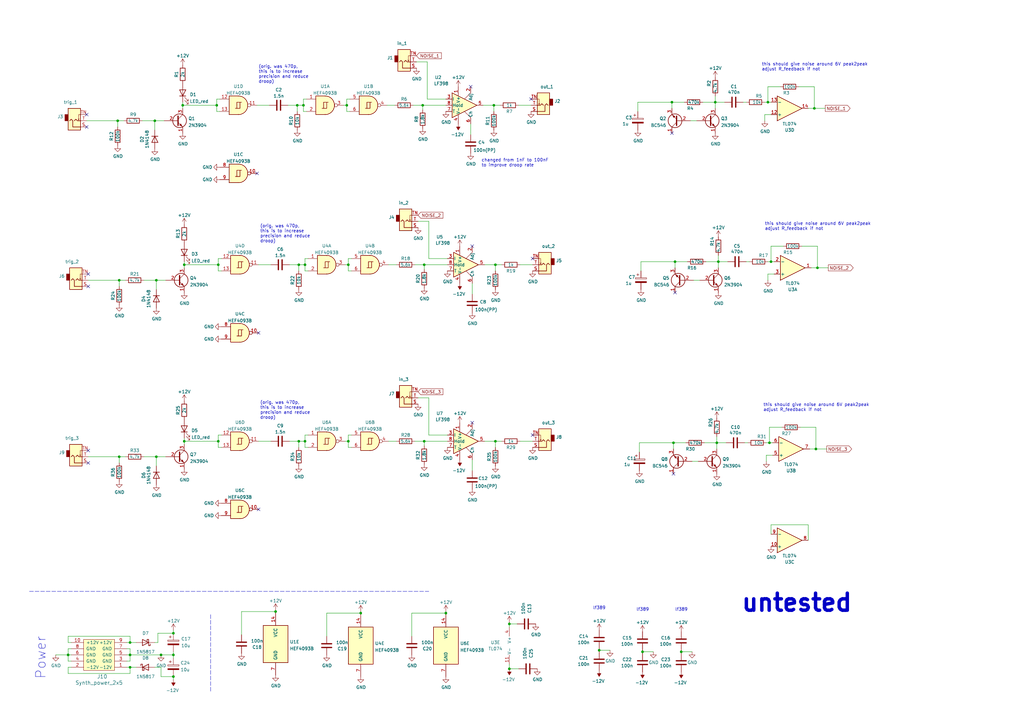
<source format=kicad_sch>
(kicad_sch (version 20211123) (generator eeschema)
  (paper "A3")
  (title_block (title "sample and hold") (date "2022-06-27") (rev "0.9") (comment 1 "untested") (comment 2 "based on rene schmitz yash"))
  (junction (at 147.955 251.46))
  (junction (at 279.4 267.335))
  (junction (at 208.915 274.32))
  (junction (at 53.34 273.685))
  (junction (at 71.12 277.495))
  (junction (at 334.645 184.15))
  (junction (at 125.095 180.975))
  (junction (at 53.34 268.605))
  (junction (at 142.875 108.585))
  (junction (at 294.64 107.315))
  (junction (at 208.915 255.905))
  (junction (at 89.535 180.975))
  (junction (at 202.565 43.18))
  (junction (at 142.875 180.975))
  (junction (at 203.2 180.975))
  (junction (at 122.555 108.585))
  (junction (at 335.28 109.855))
  (junction (at 122.555 180.975))
  (junction (at 121.92 43.18))
  (junction (at 276.225 181.61))
  (junction (at 125.095 108.585))
  (junction (at 275.59 41.91))
  (junction (at 74.93 43.18))
  (junction (at 53.34 263.525))
  (junction (at 48.895 114.935))
  (junction (at 27.94 268.605))
  (junction (at 203.2 108.585))
  (junction (at 142.24 43.18))
  (junction (at 63.5 49.53))
  (junction (at 294.005 181.61))
  (junction (at 182.88 251.46))
  (junction (at 64.135 114.935))
  (junction (at 245.745 266.7))
  (junction (at 88.9 43.18))
  (junction (at 89.535 108.585))
  (junction (at 315.595 181.61))
  (junction (at 314.96 41.91))
  (junction (at 293.37 41.91))
  (junction (at 263.525 267.335))
  (junction (at 71.12 259.715))
  (junction (at 64.135 187.325))
  (junction (at 124.46 43.18))
  (junction (at 75.565 180.975))
  (junction (at 75.565 108.585))
  (junction (at 71.12 268.605))
  (junction (at 173.99 180.975))
  (junction (at 173.99 108.585))
  (junction (at 66.04 268.605))
  (junction (at 48.26 49.53))
  (junction (at 48.895 187.325))
  (junction (at 316.23 107.315))
  (junction (at 276.86 107.315))
  (junction (at 334.01 44.45))
  (junction (at 173.355 43.18))
  (junction (at 113.03 250.825))
  (no_connect (at 36.195 189.865))
  (no_connect (at 106.045 136.525))
  (no_connect (at 105.41 71.12))
  (no_connect (at 35.56 52.07))
  (no_connect (at 35.56 46.99))
  (no_connect (at 36.195 117.475))
  (no_connect (at 36.195 112.395))
  (no_connect (at 275.59 54.61))
  (no_connect (at 218.44 178.435))
  (no_connect (at 193.675 173.355))
  (no_connect (at 193.675 100.965))
  (no_connect (at 36.195 184.785))
  (no_connect (at 276.225 194.31))
  (no_connect (at 218.44 106.045))
  (no_connect (at 106.045 208.915))
  (no_connect (at 193.04 35.56))
  (no_connect (at 217.805 40.64))
  (no_connect (at 276.86 120.015))
  (wire (pts (xy 262.89 107.315) (xy 276.86 107.315)))
  (wire (pts (xy 22.86 268.605) (xy 27.94 268.605)))
  (wire (pts (xy 313.69 41.91) (xy 314.96 41.91)))
  (wire (pts (xy 53.34 263.525) (xy 55.88 263.525)))
  (wire (pts (xy 71.12 268.605) (xy 71.12 269.875)))
  (wire (pts (xy 48.26 49.53) (xy 48.26 52.07)))
  (wire (pts (xy 118.745 180.975) (xy 122.555 180.975)))
  (wire (pts (xy 142.24 45.72) (xy 143.51 45.72)))
  (wire (pts (xy 52.07 266.065) (xy 53.34 266.065)))
  (wire (pts (xy 52.07 268.605) (xy 53.34 268.605)))
  (wire (pts (xy 53.34 266.065) (xy 53.34 268.605)))
  (wire (pts (xy 147.955 251.46) (xy 133.985 251.46)))
  (wire (pts (xy 208.915 274.32) (xy 212.725 274.32)))
  (wire (pts (xy 306.07 107.315) (xy 307.34 107.315)))
  (wire (pts (xy 118.11 43.18) (xy 121.92 43.18)))
  (wire (pts (xy 294.005 181.61) (xy 297.815 181.61)))
  (wire (pts (xy 313.69 46.99) (xy 313.69 49.53)))
  (wire (pts (xy 283.845 267.335) (xy 279.4 267.335)))
  (wire (pts (xy 281.305 181.61) (xy 276.225 181.61)))
  (wire (pts (xy 173.99 108.585) (xy 173.99 110.49)))
  (wire (pts (xy 334.01 44.45) (xy 331.47 44.45)))
  (wire (pts (xy 315.595 181.61) (xy 316.865 181.61)))
  (wire (pts (xy 58.42 49.53) (xy 63.5 49.53)))
  (wire (pts (xy 203.2 108.585) (xy 205.74 108.585)))
  (wire (pts (xy 263.525 267.335) (xy 263.525 267.97)))
  (wire (pts (xy 90.17 40.64) (xy 88.9 40.64)))
  (wire (pts (xy 121.92 43.18) (xy 124.46 43.18)))
  (wire (pts (xy 63.5 49.53) (xy 67.31 49.53)))
  (wire (pts (xy 334.01 35.56) (xy 334.01 44.45)))
  (polyline (pts (xy 12.065 242.57) (xy 175.895 242.57)))
  (wire (pts (xy 283.21 49.53) (xy 285.75 49.53)))
  (wire (pts (xy 314.96 41.91) (xy 316.23 41.91)))
  (wire (pts (xy 63.5 49.53) (xy 63.5 53.34)))
  (wire (pts (xy 283.845 189.23) (xy 286.385 189.23)))
  (wire (pts (xy 213.36 180.975) (xy 218.44 180.975)))
  (wire (pts (xy 141.605 108.585) (xy 142.875 108.585)))
  (wire (pts (xy 198.12 43.18) (xy 202.565 43.18)))
  (wire (pts (xy 118.745 108.585) (xy 122.555 108.585)))
  (wire (pts (xy 284.48 114.935) (xy 287.02 114.935)))
  (wire (pts (xy 142.875 180.975) (xy 142.875 178.435)))
  (wire (pts (xy 122.555 108.585) (xy 125.095 108.585)))
  (wire (pts (xy 335.28 109.855) (xy 332.74 109.855)))
  (wire (pts (xy 122.555 180.975) (xy 125.095 180.975)))
  (wire (pts (xy 331.47 221.615) (xy 331.47 215.265)))
  (wire (pts (xy 48.895 114.935) (xy 51.435 114.935)))
  (wire (pts (xy 182.88 40.64) (xy 175.26 40.64)))
  (wire (pts (xy 208.915 255.905) (xy 212.09 255.905)))
  (wire (pts (xy 245.745 266.7) (xy 245.745 266.065)))
  (wire (pts (xy 159.385 108.585) (xy 162.56 108.585)))
  (wire (pts (xy 335.28 109.855) (xy 339.725 109.855)))
  (wire (pts (xy 88.9 45.72) (xy 90.17 45.72)))
  (wire (pts (xy 175.895 106.045) (xy 175.895 90.805)))
  (wire (pts (xy 173.99 180.975) (xy 183.515 180.975)))
  (wire (pts (xy 36.195 187.325) (xy 48.895 187.325)))
  (wire (pts (xy 198.755 108.585) (xy 203.2 108.585)))
  (wire (pts (xy 88.9 43.18) (xy 88.9 45.72)))
  (wire (pts (xy 75.565 180.975) (xy 89.535 180.975)))
  (wire (pts (xy 106.045 108.585) (xy 111.125 108.585)))
  (wire (pts (xy 208.915 255.905) (xy 208.915 257.175)))
  (wire (pts (xy 89.535 183.515) (xy 90.805 183.515)))
  (wire (pts (xy 66.04 268.605) (xy 71.12 268.605)))
  (wire (pts (xy 124.46 43.18) (xy 124.46 45.72)))
  (wire (pts (xy 328.93 100.965) (xy 335.28 100.965)))
  (wire (pts (xy 88.9 40.64) (xy 88.9 43.18)))
  (wire (pts (xy 288.925 181.61) (xy 294.005 181.61)))
  (wire (pts (xy 170.18 108.585) (xy 173.99 108.585)))
  (wire (pts (xy 35.56 49.53) (xy 48.26 49.53)))
  (wire (pts (xy 48.895 187.325) (xy 48.895 189.865)))
  (wire (pts (xy 125.095 106.045) (xy 125.095 108.585)))
  (wire (pts (xy 133.985 251.46) (xy 133.985 260.985)))
  (wire (pts (xy 141.605 180.975) (xy 142.875 180.975)))
  (wire (pts (xy 202.565 43.18) (xy 205.105 43.18)))
  (wire (pts (xy 262.255 181.61) (xy 276.225 181.61)))
  (wire (pts (xy 147.955 251.46) (xy 147.955 252.095)))
  (wire (pts (xy 315.595 181.61) (xy 315.595 175.26)))
  (wire (pts (xy 48.26 49.53) (xy 50.8 49.53)))
  (wire (pts (xy 173.355 43.18) (xy 173.355 45.085)))
  (wire (pts (xy 245.745 266.7) (xy 245.745 267.335)))
  (wire (pts (xy 193.04 50.8) (xy 193.04 55.245)))
  (wire (pts (xy 305.435 181.61) (xy 306.705 181.61)))
  (wire (pts (xy 122.555 180.975) (xy 122.555 183.515)))
  (wire (pts (xy 334.645 184.15) (xy 339.09 184.15)))
  (wire (pts (xy 125.095 178.435) (xy 125.095 180.975)))
  (wire (pts (xy 71.12 267.335) (xy 71.12 268.605)))
  (wire (pts (xy 250.19 266.7) (xy 245.745 266.7)))
  (wire (pts (xy 59.055 114.935) (xy 64.135 114.935)))
  (wire (pts (xy 75.565 108.585) (xy 89.535 108.585)))
  (wire (pts (xy 124.46 45.72) (xy 125.73 45.72)))
  (wire (pts (xy 317.5 112.395) (xy 314.96 112.395)))
  (wire (pts (xy 294.64 107.315) (xy 294.64 109.855)))
  (wire (pts (xy 294.64 107.315) (xy 298.45 107.315)))
  (wire (pts (xy 27.94 266.065) (xy 27.94 268.605)))
  (wire (pts (xy 27.94 268.605) (xy 29.21 268.605)))
  (wire (pts (xy 29.21 266.065) (xy 27.94 266.065)))
  (wire (pts (xy 74.93 41.91) (xy 74.93 43.18)))
  (wire (pts (xy 334.645 175.26) (xy 334.645 184.15)))
  (wire (pts (xy 122.555 108.585) (xy 122.555 111.125)))
  (wire (pts (xy 52.07 273.685) (xy 53.34 273.685)))
  (wire (pts (xy 53.34 273.685) (xy 55.88 273.685)))
  (wire (pts (xy 113.03 250.825) (xy 113.03 251.46)))
  (wire (pts (xy 89.535 111.125) (xy 90.805 111.125)))
  (wire (pts (xy 315.595 175.26) (xy 320.675 175.26)))
  (wire (pts (xy 203.2 180.975) (xy 203.2 183.515)))
  (wire (pts (xy 316.23 100.965) (xy 321.31 100.965)))
  (wire (pts (xy 48.895 187.325) (xy 51.435 187.325)))
  (wire (pts (xy 125.73 40.64) (xy 124.46 40.64)))
  (wire (pts (xy 75.565 180.975) (xy 75.565 182.245)))
  (wire (pts (xy 175.895 163.195) (xy 171.45 163.195)))
  (wire (pts (xy 280.67 41.91) (xy 275.59 41.91)))
  (wire (pts (xy 263.525 267.335) (xy 263.525 266.7)))
  (wire (pts (xy 169.545 43.18) (xy 173.355 43.18)))
  (wire (pts (xy 90.805 178.435) (xy 89.535 178.435)))
  (wire (pts (xy 124.46 40.64) (xy 124.46 43.18)))
  (wire (pts (xy 183.515 106.045) (xy 175.895 106.045)))
  (wire (pts (xy 142.875 108.585) (xy 142.875 106.045)))
  (wire (pts (xy 288.29 41.91) (xy 293.37 41.91)))
  (wire (pts (xy 64.135 114.935) (xy 67.945 114.935)))
  (wire (pts (xy 334.01 44.45) (xy 338.455 44.45)))
  (wire (pts (xy 89.535 108.585) (xy 89.535 111.125)))
  (wire (pts (xy 175.895 178.435) (xy 175.895 163.195)))
  (wire (pts (xy 183.515 178.435) (xy 175.895 178.435)))
  (wire (pts (xy 193.675 116.205) (xy 193.675 120.65)))
  (wire (pts (xy 289.56 107.315) (xy 294.64 107.315)))
  (wire (pts (xy 64.135 187.325) (xy 64.135 191.135)))
  (wire (pts (xy 140.97 43.18) (xy 142.24 43.18)))
  (wire (pts (xy 316.23 107.315) (xy 316.23 100.965)))
  (wire (pts (xy 276.86 107.315) (xy 276.86 109.855)))
  (wire (pts (xy 293.37 39.37) (xy 293.37 41.91)))
  (wire (pts (xy 173.99 180.975) (xy 173.99 182.88)))
  (wire (pts (xy 294.005 179.07) (xy 294.005 181.61)))
  (wire (pts (xy 48.895 114.935) (xy 48.895 117.475)))
  (wire (pts (xy 175.26 25.4) (xy 170.815 25.4)))
  (wire (pts (xy 125.095 111.125) (xy 126.365 111.125)))
  (wire (pts (xy 64.135 187.325) (xy 67.945 187.325)))
  (wire (pts (xy 75.565 179.705) (xy 75.565 180.975)))
  (wire (pts (xy 142.875 106.045) (xy 144.145 106.045)))
  (wire (pts (xy 173.355 43.18) (xy 182.88 43.18)))
  (wire (pts (xy 331.47 215.265) (xy 316.23 215.265)))
  (wire (pts (xy 27.94 273.685) (xy 27.94 276.225)))
  (wire (pts (xy 29.21 273.685) (xy 27.94 273.685)))
  (wire (pts (xy 53.34 276.225) (xy 53.34 273.685)))
  (wire (pts (xy 27.94 276.225) (xy 53.34 276.225)))
  (wire (pts (xy 316.23 107.315) (xy 317.5 107.315)))
  (wire (pts (xy 314.96 41.91) (xy 314.96 35.56)))
  (wire (pts (xy 170.18 180.975) (xy 173.99 180.975)))
  (wire (pts (xy 203.2 108.585) (xy 203.2 111.125)))
  (wire (pts (xy 147.955 250.825) (xy 147.955 251.46)))
  (wire (pts (xy 75.565 107.315) (xy 75.565 108.585)))
  (wire (pts (xy 142.875 183.515) (xy 144.145 183.515)))
  (wire (pts (xy 89.535 106.045) (xy 89.535 108.585)))
  (wire (pts (xy 90.805 106.045) (xy 89.535 106.045)))
  (wire (pts (xy 142.875 111.125) (xy 144.145 111.125)))
  (wire (pts (xy 105.41 43.18) (xy 110.49 43.18)))
  (wire (pts (xy 126.365 106.045) (xy 125.095 106.045)))
  (wire (pts (xy 213.36 108.585) (xy 218.44 108.585)))
  (wire (pts (xy 142.24 43.18) (xy 142.24 40.64)))
  (wire (pts (xy 71.12 258.445) (xy 71.12 259.715)))
  (wire (pts (xy 142.24 43.18) (xy 142.24 45.72)))
  (wire (pts (xy 203.2 180.975) (xy 205.74 180.975)))
  (wire (pts (xy 275.59 41.91) (xy 275.59 44.45)))
  (wire (pts (xy 182.88 251.46) (xy 168.91 251.46)))
  (wire (pts (xy 314.325 186.69) (xy 314.325 189.23)))
  (wire (pts (xy 74.93 43.18) (xy 88.9 43.18)))
  (wire (pts (xy 175.895 90.805) (xy 171.45 90.805)))
  (wire (pts (xy 316.23 46.99) (xy 313.69 46.99)))
  (wire (pts (xy 316.23 215.265) (xy 316.23 219.075)))
  (polyline (pts (xy 86.36 252.095) (xy 86.36 283.845)))
  (wire (pts (xy 314.96 35.56) (xy 320.04 35.56)))
  (wire (pts (xy 173.99 108.585) (xy 183.515 108.585)))
  (wire (pts (xy 262.89 111.125) (xy 262.89 107.315)))
  (wire (pts (xy 294.64 104.775) (xy 294.64 107.315)))
  (wire (pts (xy 328.295 175.26) (xy 334.645 175.26)))
  (wire (pts (xy 53.34 268.605) (xy 66.04 268.605)))
  (wire (pts (xy 142.875 178.435) (xy 144.145 178.435)))
  (wire (pts (xy 293.37 41.91) (xy 293.37 44.45)))
  (wire (pts (xy 316.865 186.69) (xy 314.325 186.69)))
  (wire (pts (xy 261.62 41.91) (xy 275.59 41.91)))
  (wire (pts (xy 334.645 184.15) (xy 332.105 184.15)))
  (wire (pts (xy 125.095 183.515) (xy 126.365 183.515)))
  (wire (pts (xy 74.93 43.18) (xy 74.93 44.45)))
  (wire (pts (xy 89.535 178.435) (xy 89.535 180.975)))
  (wire (pts (xy 126.365 178.435) (xy 125.095 178.435)))
  (wire (pts (xy 327.66 35.56) (xy 334.01 35.56)))
  (wire (pts (xy 294.005 181.61) (xy 294.005 184.15)))
  (wire (pts (xy 159.385 180.975) (xy 162.56 180.975)))
  (wire (pts (xy 335.28 100.965) (xy 335.28 109.855)))
  (wire (pts (xy 63.5 273.685) (xy 66.04 273.685)))
  (wire (pts (xy 66.04 273.685) (xy 66.04 277.495)))
  (wire (pts (xy 66.04 277.495) (xy 71.12 277.495)))
  (wire (pts (xy 71.12 277.495) (xy 71.12 278.765)))
  (wire (pts (xy 168.91 251.46) (xy 168.91 260.985)))
  (wire (pts (xy 52.07 271.145) (xy 53.34 271.145)))
  (wire (pts (xy 53.34 271.145) (xy 53.34 268.605)))
  (wire (pts (xy 193.675 188.595) (xy 193.675 193.04)))
  (wire (pts (xy 212.725 43.18) (xy 217.805 43.18)))
  (wire (pts (xy 75.565 108.585) (xy 75.565 109.855)))
  (wire (pts (xy 89.535 180.975) (xy 89.535 183.515)))
  (wire (pts (xy 304.8 41.91) (xy 306.07 41.91)))
  (wire (pts (xy 293.37 41.91) (xy 297.18 41.91)))
  (wire (pts (xy 175.26 40.64) (xy 175.26 25.4)))
  (wire (pts (xy 262.255 185.42) (xy 262.255 181.61)))
  (wire (pts (xy 106.045 180.975) (xy 111.125 180.975)))
  (wire (pts (xy 208.915 272.415) (xy 208.915 274.32)))
  (wire (pts (xy 261.62 45.72) (xy 261.62 41.91)))
  (wire (pts (xy 182.88 251.46) (xy 182.88 252.095)))
  (wire (pts (xy 142.875 180.975) (xy 142.875 183.515)))
  (wire (pts (xy 125.095 180.975) (xy 125.095 183.515)))
  (wire (pts (xy 29.21 263.525) (xy 27.94 263.525)))
  (wire (pts (xy 27.94 263.525) (xy 27.94 260.985)))
  (wire (pts (xy 27.94 260.985) (xy 53.34 260.985)))
  (wire (pts (xy 53.34 260.985) (xy 53.34 263.525)))
  (wire (pts (xy 53.34 263.525) (xy 52.07 263.525)))
  (wire (pts (xy 36.195 114.935) (xy 48.895 114.935)))
  (wire (pts (xy 281.94 107.315) (xy 276.86 107.315)))
  (wire (pts (xy 99.06 250.825) (xy 99.06 260.35)))
  (wire (pts (xy 202.565 43.18) (xy 202.565 45.72)))
  (wire (pts (xy 276.225 181.61) (xy 276.225 184.15)))
  (wire (pts (xy 113.03 250.19) (xy 113.03 250.825)))
  (wire (pts (xy 198.755 180.975) (xy 203.2 180.975)))
  (wire (pts (xy 267.97 267.335) (xy 263.525 267.335)))
  (wire (pts (xy 142.875 108.585) (xy 142.875 111.125)))
  (wire (pts (xy 158.75 43.18) (xy 161.925 43.18)))
  (wire (pts (xy 63.5 263.525) (xy 64.77 263.525)))
  (wire (pts (xy 64.77 263.525) (xy 64.77 259.715)))
  (wire (pts (xy 64.77 259.715) (xy 71.12 259.715)))
  (wire (pts (xy 314.96 112.395) (xy 314.96 114.935)))
  (wire (pts (xy 314.325 181.61) (xy 315.595 181.61)))
  (wire (pts (xy 142.24 40.64) (xy 143.51 40.64)))
  (wire (pts (xy 279.4 267.335) (xy 279.4 267.97)))
  (wire (pts (xy 314.96 107.315) (xy 316.23 107.315)))
  (wire (pts (xy 125.095 108.585) (xy 125.095 111.125)))
  (wire (pts (xy 113.03 250.825) (xy 99.06 250.825)))
  (wire (pts (xy 208.915 255.27) (xy 208.915 255.905)))
  (wire (pts (xy 121.92 43.18) (xy 121.92 45.72)))
  (wire (pts (xy 64.135 114.935) (xy 64.135 118.745)))
  (wire (pts (xy 182.88 250.825) (xy 182.88 251.46)))
  (wire (pts (xy 59.055 187.325) (xy 64.135 187.325)))
  (wire (pts (xy 29.21 271.145) (xy 27.94 271.145)))
  (wire (pts (xy 27.94 271.145) (xy 27.94 268.605)))
  (wire (pts (xy 279.4 267.335) (xy 279.4 266.7)))
  (text "this should give noise around 6V peak2peak\nadjust R_feedback if not" (at 313.055 168.91 0) (effects (font (size 1.27 1.27)) (justify left bottom)))
  (text "untested" (at 303.53 251.46 0) (effects (font (size 7.0104 7.0104) (thickness 1.4021) bold) (justify left bottom)))
  (text "this should give noise around 6V peak2peak\nadjust R_feedback if not" (at 312.42 29.21 0) (effects (font (size 1.27 1.27)) (justify left bottom)))
  (text "lf389" (at 276.86 250.825 0) (effects (font (size 1.27 1.27)) (justify left bottom)))
  (text "lf389" (at 260.985 250.825 0) (effects (font (size 1.27 1.27)) (justify left bottom)))
  (text "changed from 1nF to 100nF\nto improve droop rate" (at 197.485 68.58 0) (effects (font (size 1.27 1.27)) (justify left bottom)))
  (text "Power" (at 19.05 278.765 90) (effects (font (size 3.9878 3.9878)) (justify left bottom)))
  (text "(orig. was 470p, \nthis is to increase \nprecision and reduce \ndroop)" (at 106.68 172.085 0) (effects (font (size 1.27 1.27)) (justify left bottom)))
  (text "(orig. was 470p, \nthis is to increase \nprecision and reduce \ndroop)" (at 106.68 99.695 0) (effects (font (size 1.27 1.27)) (justify left bottom)))
  (text "(orig. was 470p, \nthis is to increase \nprecision and reduce \ndroop)" (at 106.045 34.29 0) (effects (font (size 1.27 1.27)) (justify left bottom)))
  (text "lf389" (at 243.205 250.19 0) (effects (font (size 1.27 1.27)) (justify left bottom)))
  (text "this should give noise around 6V peak2peak\nadjust R_feedback if not" (at 313.69 94.615 0) (effects (font (size 1.27 1.27)) (justify left bottom)))
  (global_label "NOISE_2" (shape output) (at 339.725 109.855 0) (property "Intersheet References" "${INTERSHEET_REFS}" (effects hide)))
  (global_label "NOISE_3" (shape output) (at 339.09 184.15 0) (property "Intersheet References" "${INTERSHEET_REFS}" (effects hide)))
  (global_label "NOISE_1" (shape output) (at 338.455 44.45 0) (property "Intersheet References" "${INTERSHEET_REFS}" (effects hide)))
  (global_label "NOISE_3" (shape input) (at 171.45 160.655 0) (property "Intersheet References" "${INTERSHEET_REFS}" (effects hide)))
  (global_label "NOISE_2" (shape input) (at 171.45 88.265 0) (property "Intersheet References" "${INTERSHEET_REFS}" (effects hide)))
  (global_label "NOISE_1" (shape input) (at 170.815 22.86 0) (property "Intersheet References" "${INTERSHEET_REFS}" (effects hide)))
  (symbol (lib_id "ao_symbols:2N3904") (at 292.1 114.935 0) (unit 1)
    (property "Reference" "Q6" (at 296.9514 114.0265 0) (effects (justify left)))
    (property "Value" "2N3904" (at 296.9514 116.8016 0) (effects (justify left)))
    (property "Footprint" "ao_tht:TO-92_Inline_Wide" (effects hide))
    (property "Vendor" "Tayda" (effects hide))
    (property "SKU" "A-111" (effects hide))
  )
  (symbol (lib_id "ao_symbols:LED_red") (at 75.565 103.505 90) (unit 1)
    (property "Reference" "D3" (at 78.486 104.184 90) (effects (justify right)))
    (property "Value" "LED_red" (at 78.486 106.9591 90) (effects (justify right)))
    (property "Footprint" "ao_tht:LED_D5.0mm" (effects hide))
    (property "Vendor" "Tayda" (effects hide))
    (property "SKU" "A-1554" (effects hide))
  )
  (symbol (lib_id "ao_symbols:R") (at 75.565 168.275 180) (unit 1)
    (property "Reference" "R25" (at 73.025 168.275 90))
    (property "Value" "2k" (at 75.565 168.275 90))
    (property "Footprint" "ao_tht:R_Axial_DIN0207_L6.3mm_D2.5mm_P2.54mm_Vertical" (effects hide))
    (property "Vendor" "Tayda" (effects hide))
  )
  (symbol (lib_id "power:GND") (at 314.96 114.935 0) (unit 1)
    (property "Reference" "#PWR026" (effects hide))
    (property "Value" "GND" (at 315.087 119.3292 0))
  )
  (symbol (lib_id "ao_symbols:LED_red") (at 74.93 38.1 90) (unit 1)
    (property "Reference" "D1" (at 77.851 38.779 90) (effects (justify right)))
    (property "Value" "LED_red" (at 77.851 41.5541 90) (effects (justify right)))
    (property "Footprint" "ao_tht:LED_D5.0mm" (effects hide))
    (property "Vendor" "Tayda" (effects hide))
    (property "SKU" "A-1554" (effects hide))
  )
  (symbol (lib_id "Transistor_BJT:BC546") (at 279.4 114.935 180) (unit 1)
    (property "Reference" "Q5" (at 274.5486 114.0265 0) (effects (justify left)))
    (property "Value" "BC546" (at 274.5486 116.8016 0) (effects (justify left)))
    (property "Footprint" "ao_tht:TO-92_Inline_Wide" (effects hide))
    (property "Datasheet" "https://www.onsemi.com/pub/Collateral/BC550-D.pdf" (effects hide))
  )
  (symbol (lib_id "power:+12V") (at 294.005 171.45 0) (unit 1)
    (property "Reference" "#PWR041" (effects hide))
    (property "Value" "+12V" (at 294.005 167.64 0))
  )
  (symbol (lib_id "power:GND") (at 90.805 206.375 270) (unit 1)
    (property "Reference" "#PWR056" (effects hide))
    (property "Value" "GND" (at 85.725 206.375 90))
  )
  (symbol (lib_id "power:GND") (at 294.005 194.31 0) (unit 1)
    (property "Reference" "#PWR052" (effects hide))
    (property "Value" "GND" (at 294.132 198.7042 0))
  )
  (symbol (lib_id "ao_symbols:R") (at 309.88 41.91 90) (unit 1)
    (property "Reference" "R5" (at 309.88 39.37 90) (effects (justify right)))
    (property "Value" "10k" (at 308.61 41.91 90) (effects (justify right)))
    (property "Footprint" "ao_tht:R_Axial_DIN0207_L6.3mm_D2.5mm_P2.54mm_Vertical" (effects hide))
    (property "Vendor" "Tayda" (effects hide))
  )
  (symbol (lib_id "power:GND") (at 182.88 277.495 0) (unit 1)
    (property "Reference" "#PWR083" (effects hide))
    (property "Value" "GND" (at 183.007 281.8892 0))
  )
  (symbol (lib_id "4xxx:HEF4093B") (at 182.88 264.795 0) (unit 5)
    (property "Reference" "U6" (at 188.722 263.8865 0) (effects (justify left)))
    (property "Value" "HEF4093B" (at 188.722 266.6616 0) (effects (justify left)))
    (property "Footprint" "ao_tht:DIP-14_W7.62mm_Socket_LongPads" (effects hide))
    (property "Datasheet" "https://assets.nexperia.com/documents/data-sheet/HEF4093B.pdf" (effects hide))
  )
  (symbol (lib_id "ao_symbols:AudioJack2_SwitchT") (at 222.885 43.18 180) (unit 1)
    (property "Reference" "J2" (at 227.4316 41.4782 0) (effects (justify right)))
    (property "Value" "out_1" (at 221.615 35.56 0) (effects (justify right)))
    (property "Footprint" "ao_tht:Jack_6.35mm_PJ_629HAN" (effects hide))
    (property "Vendor" "Tayda" (effects hide))
    (property "SKU" "A-1121" (effects hide))
  )
  (symbol (lib_id "ao_symbols:C") (at 300.99 41.91 270) (unit 1)
    (property "Reference" "C1" (at 300.99 35.5092 90))
    (property "Value" "470n" (at 300.99 37.8206 90))
    (property "Footprint" "ao_tht:C_Rect_L7.2mm_W2.5mm_P5.00mm_FKS2_FKP2_MKS2_MKP2" (effects hide))
    (property "Vendor" "Tayda" (effects hide))
  )
  (symbol (lib_id "ao_symbols:R") (at 165.735 43.18 90) (unit 1)
    (property "Reference" "R6" (at 165.735 40.64 90))
    (property "Value" "5.6k" (at 165.735 43.18 90))
    (property "Footprint" "ao_tht:R_Axial_DIN0207_L6.3mm_D2.5mm_P2.54mm_Vertical" (effects hide))
    (property "Vendor" "Tayda" (effects hide))
  )
  (symbol (lib_id "ao_symbols:AudioJack2_SwitchT") (at 166.37 163.195 0) (mirror x) (unit 1)
    (property "Reference" "J7" (at 161.8234 161.4932 0) (effects (justify right)))
    (property "Value" "in_3" (at 167.64 155.575 0) (effects (justify right)))
    (property "Footprint" "ao_tht:Jack_6.35mm_PJ_629HAN" (effects hide))
    (property "Vendor" "Tayda" (effects hide))
    (property "SKU" "A-1121" (effects hide))
  )
  (symbol (lib_id "Device:C") (at 99.06 264.16 180) (unit 1)
    (property "Reference" "C18" (at 105.41 265.43 0))
    (property "Value" "100n" (at 105.41 262.89 0))
    (property "Footprint" "ao_tht:C_Disc_D3.0mm_W1.6mm_P2.50mm" (effects hide))
    (property "tayda" "https://www.taydaelectronics.com/capacitors/polyester-film-box-type-capacitors/1000pf-100v-5-kemet-polyester-film-box-type-capacitor.html" (effects hide))
  )
  (symbol (lib_id "ao_symbols:R") (at 121.92 49.53 180) (unit 1)
    (property "Reference" "R10" (at 119.38 49.53 90))
    (property "Value" "10k" (at 121.92 49.53 90))
    (property "Footprint" "ao_tht:R_Axial_DIN0207_L6.3mm_D2.5mm_P2.54mm_Vertical" (effects hide))
    (property "Vendor" "Tayda" (effects hide))
  )
  (symbol (lib_id "power:GND") (at 202.565 53.34 0) (unit 1)
    (property "Reference" "#PWR011" (effects hide))
    (property "Value" "GND" (at 202.692 57.7342 0))
  )
  (symbol (lib_id "power:GND") (at 183.515 183.515 0) (unit 1)
    (property "Reference" "#PWR043" (effects hide))
    (property "Value" "GND" (at 183.642 187.9092 0))
  )
  (symbol (lib_id "ao_symbols:R") (at 323.85 35.56 270) (unit 1)
    (property "Reference" "R3" (at 323.85 38.1 90) (effects (justify right)))
    (property "Value" "100k" (at 326.39 35.56 90) (effects (justify right)))
    (property "Footprint" "ao_tht:R_Axial_DIN0207_L6.3mm_D2.5mm_P2.54mm_Vertical" (effects hide))
    (property "Vendor" "Tayda" (effects hide))
  )
  (symbol (lib_id "power:GND") (at 220.345 274.32 0) (unit 1)
    (property "Reference" "#PWR077" (effects hide))
    (property "Value" "GND" (at 220.472 278.7142 0))
  )
  (symbol (lib_id "power:GND") (at 316.23 224.155 0) (unit 1)
    (property "Reference" "#PWR058" (effects hide))
    (property "Value" "GND" (at 316.357 228.5492 0))
  )
  (symbol (lib_id "power:GND") (at 133.985 268.605 0) (unit 1)
    (property "Reference" "#PWR074" (effects hide))
    (property "Value" "GND" (at 134.112 272.9992 0))
  )
  (symbol (lib_id "ao_symbols:TL074") (at 324.485 184.15 0) (mirror x) (unit 2)
    (property "Reference" "U3" (at 324.485 193.04 0))
    (property "Value" "TL074" (at 324.485 190.5 0))
    (property "Footprint" "ao_tht:DIP-14_W7.62mm_Socket_LongPads" (effects hide))
    (property "Vendor" "Tayda" (effects hide))
    (property "SKU" "A-1138" (effects hide))
  )
  (symbol (lib_id "power:GND") (at 262.255 193.04 0) (unit 1)
    (property "Reference" "#PWR051" (effects hide))
    (property "Value" "GND" (at 262.382 197.4342 0))
  )
  (symbol (lib_id "4xxx:HEF4093B") (at 113.03 264.16 0) (unit 5)
    (property "Reference" "U1" (at 118.872 263.2515 0) (effects (justify left)))
    (property "Value" "HEF4093B" (at 118.872 266.0266 0) (effects (justify left)))
    (property "Footprint" "ao_tht:DIP-14_W7.62mm_Socket_LongPads" (effects hide))
    (property "Datasheet" "https://assets.nexperia.com/documents/data-sheet/HEF4093B.pdf" (effects hide))
  )
  (symbol (lib_id "ao_symbols:R") (at 173.99 186.69 180) (unit 1)
    (property "Reference" "R32" (at 171.45 186.69 90))
    (property "Value" "1.8k" (at 173.99 186.69 90))
    (property "Footprint" "ao_tht:R_Axial_DIN0207_L6.3mm_D2.5mm_P2.54mm_Vertical" (effects hide))
    (property "Vendor" "Tayda" (effects hide))
  )
  (symbol (lib_id "power:+12V") (at 182.88 250.825 0) (unit 1)
    (property "Reference" "#PWR061" (effects hide))
    (property "Value" "+12V" (at 182.88 247.015 0))
  )
  (symbol (lib_id "ao_symbols:R") (at 202.565 49.53 180) (unit 1)
    (property "Reference" "R11" (at 200.025 49.53 90))
    (property "Value" "100k" (at 202.565 49.53 90))
    (property "Footprint" "ao_tht:R_Axial_DIN0207_L6.3mm_D2.5mm_P2.54mm_Vertical" (effects hide))
    (property "Vendor" "Tayda" (effects hide))
  )
  (symbol (lib_id "4xxx:HEF4093B") (at 97.79 43.18 0) (unit 4)
    (property "Reference" "U1" (at 97.79 35.4035 0))
    (property "Value" "HEF4093B" (at 97.79 38.1786 0))
    (property "Footprint" "ao_tht:DIP-14_W7.62mm_Socket_LongPads" (effects hide))
    (property "Datasheet" "https://assets.nexperia.com/documents/data-sheet/HEF4093B.pdf" (effects hide))
  )
  (symbol (lib_id "Device:C") (at 216.535 274.32 270) (unit 1)
    (property "Reference" "C25" (at 217.805 267.97 0))
    (property "Value" "100n" (at 215.265 267.97 0))
    (property "Footprint" "ao_tht:C_Disc_D3.0mm_W1.6mm_P2.50mm" (effects hide))
    (property "tayda" "https://www.taydaelectronics.com/capacitors/polyester-film-box-type-capacitors/1000pf-100v-5-kemet-polyester-film-box-type-capacitor.html" (effects hide))
  )
  (symbol (lib_id "power:GND") (at 267.97 267.335 0) (unit 1)
    (property "Reference" "#PWR069" (effects hide))
    (property "Value" "GND" (at 268.097 271.7292 0))
  )
  (symbol (lib_id "4xxx:HEF4093B") (at 151.765 180.975 0) (unit 2)
    (property "Reference" "U6" (at 151.765 173.1985 0))
    (property "Value" "HEF4093B" (at 151.765 175.9736 0))
    (property "Footprint" "ao_tht:DIP-14_W7.62mm_Socket_LongPads" (effects hide))
    (property "Datasheet" "https://assets.nexperia.com/documents/data-sheet/HEF4093B.pdf" (effects hide))
  )
  (symbol (lib_id "ao_symbols:R") (at 209.55 180.975 270) (unit 1)
    (property "Reference" "R29" (at 209.55 183.515 90))
    (property "Value" "1k" (at 209.55 180.975 90))
    (property "Footprint" "ao_tht:R_Axial_DIN0207_L6.3mm_D2.5mm_P2.54mm_Vertical" (effects hide))
    (property "Vendor" "Tayda" (effects hide))
  )
  (symbol (lib_id "ao_symbols:R") (at 166.37 180.975 90) (unit 1)
    (property "Reference" "R28" (at 166.37 178.435 90))
    (property "Value" "5.6k" (at 166.37 180.975 90))
    (property "Footprint" "ao_tht:R_Axial_DIN0207_L6.3mm_D2.5mm_P2.54mm_Vertical" (effects hide))
    (property "Vendor" "Tayda" (effects hide))
  )
  (symbol (lib_id "ao_symbols:R") (at 173.99 114.3 180) (unit 1)
    (property "Reference" "R20" (at 171.45 114.3 90))
    (property "Value" "1.8k" (at 173.99 114.3 90))
    (property "Footprint" "ao_tht:R_Axial_DIN0207_L6.3mm_D2.5mm_P2.54mm_Vertical" (effects hide))
    (property "Vendor" "Tayda" (effects hide))
  )
  (symbol (lib_id "power:+12V") (at 187.96 35.56 0) (unit 1)
    (property "Reference" "#PWR04" (effects hide))
    (property "Value" "+12V" (at 187.96 31.75 0))
  )
  (symbol (lib_id "ao_symbols:LED_red") (at 75.565 175.895 90) (unit 1)
    (property "Reference" "D5" (at 78.486 176.574 90) (effects (justify right)))
    (property "Value" "LED_red" (at 78.486 179.3491 90) (effects (justify right)))
    (property "Footprint" "ao_tht:LED_D5.0mm" (effects hide))
    (property "Vendor" "Tayda" (effects hide))
    (property "SKU" "A-1554" (effects hide))
  )
  (symbol (lib_id "ao_symbols:2N3904") (at 73.025 114.935 0) (unit 1)
    (property "Reference" "Q4" (at 77.8764 114.0265 0) (effects (justify left)))
    (property "Value" "2N3904" (at 77.8764 116.8016 0) (effects (justify left)))
    (property "Footprint" "ao_tht:TO-92_Inline_Wide" (effects hide))
    (property "Vendor" "Tayda" (effects hide))
    (property "SKU" "A-111" (effects hide))
  )
  (symbol (lib_id "Device:C") (at 279.4 262.89 0) (unit 1)
    (property "Reference" "C16" (at 273.05 261.62 0))
    (property "Value" "100n" (at 273.05 264.16 0))
    (property "Footprint" "ao_tht:C_Disc_D3.0mm_W1.6mm_P2.50mm" (effects hide))
    (property "tayda" "https://www.taydaelectronics.com/capacitors/polyester-film-box-type-capacitors/1000pf-100v-5-kemet-polyester-film-box-type-capacitor.html" (effects hide))
  )
  (symbol (lib_id "power:+12V") (at 279.4 259.08 0) (unit 1)
    (property "Reference" "#PWR067" (effects hide))
    (property "Value" "+12V" (at 279.4 255.27 0))
  )
  (symbol (lib_id "4xxx:HEF4093B") (at 97.79 71.12 0) (unit 3)
    (property "Reference" "U1" (at 97.79 63.3435 0))
    (property "Value" "HEF4093B" (at 97.79 66.1186 0))
    (property "Footprint" "ao_tht:DIP-14_W7.62mm_Socket_LongPads" (effects hide))
    (property "Datasheet" "https://assets.nexperia.com/documents/data-sheet/HEF4093B.pdf" (effects hide))
  )
  (symbol (lib_id "power:GND") (at 262.89 118.745 0) (unit 1)
    (property "Reference" "#PWR031" (effects hide))
    (property "Value" "GND" (at 263.017 123.1392 0))
  )
  (symbol (lib_id "power:-12V") (at 279.4 275.59 180) (unit 1)
    (property "Reference" "#PWR080" (effects hide))
    (property "Value" "-12V" (at 279.019 279.9842 0))
  )
  (symbol (lib_id "Analog:LF398_DIP8") (at 190.5 43.18 0) (unit 1)
    (property "Reference" "U2" (at 179.705 31.75 0))
    (property "Value" "LF398" (at 180.975 34.29 0))
    (property "Footprint" "ao_tht:DIP-8_W7.62mm_Socket_LongPads" (effects hide))
    (property "Datasheet" "http://www.ti.com/lit/ds/symlink/lf398-n.pdf" (effects hide))
  )
  (symbol (lib_id "power:-12V") (at 245.745 274.955 180) (unit 1)
    (property "Reference" "#PWR078" (effects hide))
    (property "Value" "-12V" (at 245.364 279.3492 0))
  )
  (symbol (lib_id "power:+12V") (at 245.745 258.445 0) (unit 1)
    (property "Reference" "#PWR065" (effects hide))
    (property "Value" "+12V" (at 245.745 254.635 0))
  )
  (symbol (lib_id "ao_symbols:TL074") (at 325.12 109.855 0) (mirror x) (unit 1)
    (property "Reference" "U3" (at 325.12 118.745 0))
    (property "Value" "TL074" (at 325.12 116.205 0))
    (property "Footprint" "ao_tht:DIP-14_W7.62mm_Socket_LongPads" (effects hide))
    (property "Vendor" "Tayda" (effects hide))
    (property "SKU" "A-1138" (effects hide))
  )
  (symbol (lib_id "power:-12V") (at 187.96 50.8 180) (unit 1)
    (property "Reference" "#PWR08" (effects hide))
    (property "Value" "-12V" (at 187.579 55.1942 0))
  )
  (symbol (lib_id "4xxx:HEF4093B") (at 98.425 108.585 0) (unit 4)
    (property "Reference" "U4" (at 98.425 100.8085 0))
    (property "Value" "HEF4093B" (at 98.425 103.5836 0))
    (property "Footprint" "ao_tht:DIP-14_W7.62mm_Socket_LongPads" (effects hide))
    (property "Datasheet" "https://assets.nexperia.com/documents/data-sheet/HEF4093B.pdf" (effects hide))
  )
  (symbol (lib_id "power:GND") (at 99.06 267.97 0) (unit 1)
    (property "Reference" "#PWR071" (effects hide))
    (property "Value" "GND" (at 99.187 272.3642 0))
  )
  (symbol (lib_id "Device:C") (at 114.935 108.585 270) (unit 1)
    (property "Reference" "C6" (at 114.935 102.235 90))
    (property "Value" "1.5n" (at 114.935 104.775 90))
    (property "Footprint" "ao_tht:C_Rect_L7.2mm_W2.5mm_P5.00mm_FKS2_FKP2_MKS2_MKP2" (effects hide))
    (property "tayda" "https://www.taydaelectronics.com/capacitors/polyester-film-box-type-capacitors/1000pf-100v-5-kemet-polyester-film-box-type-capacitor.html" (effects hide))
  )
  (symbol (lib_id "power:+12V") (at 147.955 250.825 0) (unit 1)
    (property "Reference" "#PWR060" (effects hide))
    (property "Value" "+12V" (at 147.955 247.015 0))
  )
  (symbol (lib_id "Device:C") (at 114.935 180.975 270) (unit 1)
    (property "Reference" "C9" (at 114.935 174.625 90))
    (property "Value" "1.5n" (at 114.935 177.165 90))
    (property "Footprint" "ao_tht:C_Rect_L7.2mm_W2.5mm_P5.00mm_FKS2_FKP2_MKS2_MKP2" (effects hide))
    (property "tayda" "https://www.taydaelectronics.com/capacitors/polyester-film-box-type-capacitors/1000pf-100v-5-kemet-polyester-film-box-type-capacitor.html" (effects hide))
  )
  (symbol (lib_id "power:+12V") (at 188.595 100.965 0) (unit 1)
    (property "Reference" "#PWR023" (effects hide))
    (property "Value" "+12V" (at 188.595 97.155 0))
  )
  (symbol (lib_id "power:GND") (at 173.99 118.11 0) (unit 1)
    (property "Reference" "#PWR028" (effects hide))
    (property "Value" "GND" (at 174.117 122.5042 0))
  )
  (symbol (lib_id "4xxx:HEF4093B") (at 98.425 180.975 0) (unit 4)
    (property "Reference" "U6" (at 98.425 173.1985 0))
    (property "Value" "HEF4093B" (at 98.425 175.9736 0))
    (property "Footprint" "ao_tht:DIP-14_W7.62mm_Socket_LongPads" (effects hide))
    (property "Datasheet" "https://assets.nexperia.com/documents/data-sheet/HEF4093B.pdf" (effects hide))
  )
  (symbol (lib_id "power:+12V") (at 208.915 255.27 0) (unit 1)
    (property "Reference" "#PWR062" (effects hide))
    (property "Value" "+12V" (at 208.915 251.46 0))
  )
  (symbol (lib_id "power:-12V") (at 188.595 188.595 180) (unit 1)
    (property "Reference" "#PWR045" (effects hide))
    (property "Value" "-12V" (at 188.214 192.9892 0))
  )
  (symbol (lib_id "power:GND") (at 48.895 125.095 0) (unit 1)
    (property "Reference" "#PWR034" (effects hide))
    (property "Value" "GND" (at 49.022 129.4892 0))
  )
  (symbol (lib_id "ao_symbols:R") (at 55.245 187.325 90) (unit 1)
    (property "Reference" "R33" (at 55.245 184.785 90))
    (property "Value" "4.7k" (at 55.245 187.325 90))
    (property "Footprint" "ao_tht:R_Axial_DIN0207_L6.3mm_D2.5mm_P2.54mm_Vertical" (effects hide))
    (property "Vendor" "Tayda" (effects hide))
  )
  (symbol (lib_id "power:GND") (at 90.805 139.065 270) (unit 1)
    (property "Reference" "#PWR038" (effects hide))
    (property "Value" "GND" (at 85.725 139.065 90))
  )
  (symbol (lib_id "Device:C") (at 215.9 255.905 270) (unit 1)
    (property "Reference" "C13" (at 217.17 249.555 0))
    (property "Value" "100n" (at 214.63 249.555 0))
    (property "Footprint" "ao_tht:C_Disc_D3.0mm_W1.6mm_P2.50mm" (effects hide))
    (property "tayda" "https://www.taydaelectronics.com/capacitors/polyester-film-box-type-capacitors/1000pf-100v-5-kemet-polyester-film-box-type-capacitor.html" (effects hide))
  )
  (symbol (lib_id "power:GND") (at 294.64 120.015 0) (unit 1)
    (property "Reference" "#PWR033" (effects hide))
    (property "Value" "GND" (at 294.767 124.4092 0))
  )
  (symbol (lib_id "ao_symbols:R") (at 285.75 107.315 270) (unit 1)
    (property "Reference" "R16" (at 285.75 109.855 90) (effects (justify right)))
    (property "Value" "470k" (at 288.29 107.315 90) (effects (justify right)))
    (property "Footprint" "ao_tht:R_Axial_DIN0207_L6.3mm_D2.5mm_P2.54mm_Vertical" (effects hide))
    (property "Vendor" "Tayda" (effects hide))
  )
  (symbol (lib_id "power:GND") (at 203.2 191.135 0) (unit 1)
    (property "Reference" "#PWR049" (effects hide))
    (property "Value" "GND" (at 203.327 195.5292 0))
  )
  (symbol (lib_id "power:GND") (at 74.93 54.61 0) (unit 1)
    (property "Reference" "#PWR013" (effects hide))
    (property "Value" "GND" (at 75.057 59.0042 0))
  )
  (symbol (lib_id "Device:C") (at 193.675 196.85 180) (unit 1)
    (property "Reference" "C12" (at 198.12 196.215 0))
    (property "Value" "100n(PP)" (at 199.39 199.39 0))
    (property "Footprint" "ao_tht:C_Rect_L7.2mm_W2.5mm_P5.00mm_FKS2_FKP2_MKS2_MKP2" (effects hide))
    (property "tayda" "https://www.taydaelectronics.com/capacitors/polyester-film-box-type-capacitors/1000pf-100v-5-kemet-polyester-film-box-type-capacitor.html" (effects hide))
  )
  (symbol (lib_id "ao_symbols:1N4148") (at 64.135 194.945 270) (unit 1)
    (property "Reference" "D6" (at 58.8985 194.945 0))
    (property "Value" "1N4148" (at 60.96 194.945 0))
    (property "Footprint" "ao_tht:D_DO-35_SOD27_P7.62mm_Horizontal" (effects hide))
    (property "Vendor" "Tayda" (effects hide))
    (property "SKU" "A-157" (effects hide))
  )
  (symbol (lib_id "ao_symbols:R") (at 166.37 108.585 90) (unit 1)
    (property "Reference" "R18" (at 166.37 106.045 90))
    (property "Value" "5.6k" (at 166.37 108.585 90))
    (property "Footprint" "ao_tht:R_Axial_DIN0207_L6.3mm_D2.5mm_P2.54mm_Vertical" (effects hide))
    (property "Vendor" "Tayda" (effects hide))
  )
  (symbol (lib_id "power:GND") (at 173.355 52.705 0) (unit 1)
    (property "Reference" "#PWR09" (effects hide))
    (property "Value" "GND" (at 173.482 57.0992 0))
  )
  (symbol (lib_id "power:GND") (at 75.565 120.015 0) (unit 1)
    (property "Reference" "#PWR032" (effects hide))
    (property "Value" "GND" (at 75.692 124.4092 0))
  )
  (symbol (lib_id "ao_symbols:R") (at 325.12 100.965 270) (unit 1)
    (property "Reference" "R15" (at 325.12 103.505 90) (effects (justify right)))
    (property "Value" "100k" (at 327.66 100.965 90) (effects (justify right)))
    (property "Footprint" "ao_tht:R_Axial_DIN0207_L6.3mm_D2.5mm_P2.54mm_Vertical" (effects hide))
    (property "Vendor" "Tayda" (effects hide))
  )
  (symbol (lib_id "Transistor_BJT:BC546") (at 278.765 189.23 180) (unit 1)
    (property "Reference" "Q8" (at 273.9136 188.3215 0) (effects (justify left)))
    (property "Value" "BC546" (at 273.9136 191.0966 0) (effects (justify left)))
    (property "Footprint" "ao_tht:TO-92_Inline_Wide" (effects hide))
    (property "Datasheet" "https://www.onsemi.com/pub/Collateral/BC550-D.pdf" (effects hide))
  )
  (symbol (lib_id "ao_symbols:2N3904") (at 291.465 189.23 0) (unit 1)
    (property "Reference" "Q9" (at 296.3164 188.3215 0) (effects (justify left)))
    (property "Value" "2N3904" (at 296.3164 191.0966 0) (effects (justify left)))
    (property "Footprint" "ao_tht:TO-92_Inline_Wide" (effects hide))
    (property "Vendor" "Tayda" (effects hide))
    (property "SKU" "A-111" (effects hide))
  )
  (symbol (lib_id "power:GND") (at 218.44 183.515 0) (unit 1)
    (property "Reference" "#PWR044" (effects hide))
    (property "Value" "GND" (at 218.567 187.9092 0))
  )
  (symbol (lib_id "ao_symbols:R") (at 173.355 48.895 180) (unit 1)
    (property "Reference" "R8" (at 170.815 48.895 90))
    (property "Value" "1.8k" (at 173.355 48.895 90))
    (property "Footprint" "ao_tht:R_Axial_DIN0207_L6.3mm_D2.5mm_P2.54mm_Vertical" (effects hide))
    (property "Vendor" "Tayda" (effects hide))
  )
  (symbol (lib_id "ao_symbols:R") (at 48.26 55.88 180) (unit 1)
    (property "Reference" "R12" (at 45.72 55.88 90))
    (property "Value" "100k" (at 48.26 55.88 90))
    (property "Footprint" "ao_tht:R_Axial_DIN0207_L6.3mm_D2.5mm_P2.54mm_Vertical" (effects hide))
    (property "Vendor" "Tayda" (effects hide))
  )
  (symbol (lib_id "Device:C") (at 263.525 262.89 0) (unit 1)
    (property "Reference" "C15" (at 257.175 261.62 0))
    (property "Value" "100n" (at 257.175 264.16 0))
    (property "Footprint" "ao_tht:C_Disc_D3.0mm_W1.6mm_P2.50mm" (effects hide))
    (property "tayda" "https://www.taydaelectronics.com/capacitors/polyester-film-box-type-capacitors/1000pf-100v-5-kemet-polyester-film-box-type-capacitor.html" (effects hide))
  )
  (symbol (lib_id "ao_symbols:TL074") (at 323.85 44.45 0) (mirror x) (unit 4)
    (property "Reference" "U3" (at 323.85 53.34 0))
    (property "Value" "TL074" (at 323.85 50.8 0))
    (property "Footprint" "ao_tht:DIP-14_W7.62mm_Socket_LongPads" (effects hide))
    (property "Vendor" "Tayda" (effects hide))
    (property "SKU" "A-1138" (effects hide))
  )
  (symbol (lib_id "ao_symbols:AudioJack2_SwitchT") (at 223.52 108.585 180) (unit 1)
    (property "Reference" "J5" (at 228.0666 106.8832 0) (effects (justify right)))
    (property "Value" "out_2" (at 222.25 100.965 0) (effects (justify right)))
    (property "Footprint" "ao_tht:Jack_6.35mm_PJ_629HAN" (effects hide))
    (property "Vendor" "Tayda" (effects hide))
    (property "SKU" "A-1121" (effects hide))
  )
  (symbol (lib_id "4xxx:HEF4093B") (at 133.985 180.975 0) (unit 1)
    (property "Reference" "U6" (at 133.985 173.1985 0))
    (property "Value" "HEF4093B" (at 133.985 175.9736 0))
    (property "Footprint" "ao_tht:DIP-14_W7.62mm_Socket_LongPads" (effects hide))
    (property "Datasheet" "https://assets.nexperia.com/documents/data-sheet/HEF4093B.pdf" (effects hide))
  )
  (symbol (lib_id "power:GND") (at 193.675 128.27 0) (unit 1)
    (property "Reference" "#PWR036" (effects hide))
    (property "Value" "GND" (at 193.802 132.6642 0))
  )
  (symbol (lib_id "power:+12V") (at 294.64 97.155 0) (unit 1)
    (property "Reference" "#PWR022" (effects hide))
    (property "Value" "+12V" (at 294.64 93.345 0))
  )
  (symbol (lib_id "power:+12V") (at 75.565 92.075 0) (unit 1)
    (property "Reference" "#PWR020" (effects hide))
    (property "Value" "+12V" (at 75.565 88.265 0))
  )
  (symbol (lib_id "ao_symbols:Synth_power_2x5") (at 40.64 268.605 0) (unit 1)
    (property "Reference" "J10" (at 41.91 277.495 0) (effects (font (size 1.524 1.524))))
    (property "Value" "Synth_power_2x5" (at 40.64 280.035 0) (effects (font (size 1.524 1.524))))
    (property "Footprint" "ao_tht:Power_Header" (effects hide))
    (property "Vendor" "Tayda" (effects hide))
    (property "SKU" "A-2939" (effects hide))
  )
  (symbol (lib_id "ao_symbols:1N5817") (at 59.69 273.685 0) (unit 1)
    (property "Reference" "D8" (at 59.69 269.875 0))
    (property "Value" "1N5817" (at 59.69 277.495 0))
    (property "Footprint" "ao_tht:D_DO-41_SOD81_P7.62mm_Horizontal" (effects hide))
    (property "Vendor" "Tayda" (effects hide))
    (property "SKU" "A-159" (effects hide))
  )
  (symbol (lib_id "ao_symbols:R") (at 324.485 175.26 270) (unit 1)
    (property "Reference" "R27" (at 324.485 177.8 90) (effects (justify right)))
    (property "Value" "100k" (at 327.025 175.26 90) (effects (justify right)))
    (property "Footprint" "ao_tht:R_Axial_DIN0207_L6.3mm_D2.5mm_P2.54mm_Vertical" (effects hide))
    (property "Vendor" "Tayda" (effects hide))
  )
  (symbol (lib_id "ao_symbols:R") (at 203.2 187.325 180) (unit 1)
    (property "Reference" "R35" (at 200.66 187.325 90))
    (property "Value" "100k" (at 203.2 187.325 90))
    (property "Footprint" "ao_tht:R_Axial_DIN0207_L6.3mm_D2.5mm_P2.54mm_Vertical" (effects hide))
    (property "Vendor" "Tayda" (effects hide))
  )
  (symbol (lib_id "power:-12V") (at 263.525 275.59 180) (unit 1)
    (property "Reference" "#PWR079" (effects hide))
    (property "Value" "-12V" (at 263.144 279.9842 0))
  )
  (symbol (lib_id "power:GND") (at 314.325 189.23 0) (unit 1)
    (property "Reference" "#PWR046" (effects hide))
    (property "Value" "GND" (at 314.452 193.6242 0))
  )
  (symbol (lib_id "Analog:LF398_DIP8") (at 191.135 108.585 0) (unit 1)
    (property "Reference" "U5" (at 180.34 97.155 0))
    (property "Value" "LF398" (at 181.61 99.695 0))
    (property "Footprint" "ao_tht:DIP-8_W7.62mm_Socket_LongPads" (effects hide))
    (property "Datasheet" "http://www.ti.com/lit/ds/symlink/lf398-n.pdf" (effects hide))
  )
  (symbol (lib_id "ao_symbols:R") (at 294.005 175.26 180) (unit 1)
    (property "Reference" "R26" (at 291.465 175.26 90) (effects (justify right)))
    (property "Value" "4.7k" (at 294.005 177.8 90) (effects (justify right)))
    (property "Footprint" "ao_tht:R_Axial_DIN0207_L6.3mm_D2.5mm_P2.54mm_Vertical" (effects hide))
    (property "Vendor" "Tayda" (effects hide))
  )
  (symbol (lib_id "power:GND") (at 182.88 45.72 0) (unit 1)
    (property "Reference" "#PWR05" (effects hide))
    (property "Value" "GND" (at 183.007 50.1142 0))
  )
  (symbol (lib_id "Device:C") (at 168.91 264.795 180) (unit 1)
    (property "Reference" "C20" (at 175.26 266.065 0))
    (property "Value" "100n" (at 175.26 263.525 0))
    (property "Footprint" "ao_tht:C_Disc_D3.0mm_W1.6mm_P2.50mm" (effects hide))
    (property "tayda" "https://www.taydaelectronics.com/capacitors/polyester-film-box-type-capacitors/1000pf-100v-5-kemet-polyester-film-box-type-capacitor.html" (effects hide))
  )
  (symbol (lib_id "ao_symbols:1N5817") (at 59.69 263.525 180) (unit 1)
    (property "Reference" "D7" (at 59.69 259.715 0))
    (property "Value" "1N5817" (at 59.69 267.335 0))
    (property "Footprint" "ao_tht:D_DO-41_SOD81_P7.62mm_Horizontal" (effects hide))
    (property "Vendor" "Tayda" (effects hide))
    (property "SKU" "A-159" (effects hide))
  )
  (symbol (lib_id "power:+12V") (at 74.93 26.67 0) (unit 1)
    (property "Reference" "#PWR01" (effects hide))
    (property "Value" "+12V" (at 74.93 22.86 0))
  )
  (symbol (lib_id "power:GND") (at 22.86 268.605 0) (unit 1)
    (property "Reference" "#PWR072" (effects hide))
    (property "Value" "GND" (at 22.987 272.9992 0))
  )
  (symbol (lib_id "power:+12V") (at 75.565 164.465 0) (unit 1)
    (property "Reference" "#PWR039" (effects hide))
    (property "Value" "+12V" (at 75.565 160.655 0))
  )
  (symbol (lib_id "ao_symbols:R") (at 74.93 30.48 180) (unit 1)
    (property "Reference" "R1" (at 72.39 30.48 90))
    (property "Value" "2k" (at 74.93 30.48 90))
    (property "Footprint" "ao_tht:R_Axial_DIN0207_L6.3mm_D2.5mm_P2.54mm_Vertical" (effects hide))
    (property "Vendor" "Tayda" (effects hide))
  )
  (symbol (lib_id "power:GND") (at 261.62 53.34 0) (unit 1)
    (property "Reference" "#PWR012" (effects hide))
    (property "Value" "GND" (at 261.747 57.7342 0))
  )
  (symbol (lib_id "power:GND") (at 168.91 268.605 0) (unit 1)
    (property "Reference" "#PWR075" (effects hide))
    (property "Value" "GND" (at 169.037 272.9992 0))
  )
  (symbol (lib_id "power:GND") (at 90.805 211.455 270) (unit 1)
    (property "Reference" "#PWR057" (effects hide))
    (property "Value" "GND" (at 85.725 211.455 90))
  )
  (symbol (lib_id "ao_symbols:CP") (at 262.255 189.23 0) (unit 1)
    (property "Reference" "C11" (at 257.175 187.96 0) (effects (justify left)))
    (property "Value" "1u" (at 255.905 190.5 0) (effects (justify left)))
    (property "Footprint" "ao_tht:CP_Radial_D5.0mm_P2.00mm" (effects hide))
    (property "Vendor" "Tayda" (effects hide))
  )
  (symbol (lib_id "ao_symbols:R") (at 122.555 187.325 180) (unit 1)
    (property "Reference" "R34" (at 120.015 187.325 90))
    (property "Value" "10k" (at 122.555 187.325 90))
    (property "Footprint" "ao_tht:R_Axial_DIN0207_L6.3mm_D2.5mm_P2.54mm_Vertical" (effects hide))
    (property "Vendor" "Tayda" (effects hide))
  )
  (symbol (lib_id "ao_symbols:CP") (at 261.62 49.53 0) (unit 1)
    (property "Reference" "C3" (at 256.54 48.26 0) (effects (justify left)))
    (property "Value" "1u" (at 255.27 50.8 0) (effects (justify left)))
    (property "Footprint" "ao_tht:CP_Radial_D5.0mm_P2.00mm" (effects hide))
    (property "Vendor" "Tayda" (effects hide))
  )
  (symbol (lib_id "power:+12V") (at 113.03 250.19 0) (unit 1)
    (property "Reference" "#PWR059" (effects hide))
    (property "Value" "+12V" (at 113.03 246.38 0))
  )
  (symbol (lib_id "Device:C") (at 245.745 262.255 0) (unit 1)
    (property "Reference" "C14" (at 239.395 260.985 0))
    (property "Value" "100n" (at 239.395 263.525 0))
    (property "Footprint" "ao_tht:C_Disc_D3.0mm_W1.6mm_P2.50mm" (effects hide))
    (property "tayda" "https://www.taydaelectronics.com/capacitors/polyester-film-box-type-capacitors/1000pf-100v-5-kemet-polyester-film-box-type-capacitor.html" (effects hide))
  )
  (symbol (lib_id "power:GND") (at 64.135 126.365 0) (unit 1)
    (property "Reference" "#PWR035" (effects hide))
    (property "Value" "GND" (at 64.262 130.7592 0))
  )
  (symbol (lib_id "Device:C") (at 193.675 124.46 180) (unit 1)
    (property "Reference" "C8" (at 198.12 123.825 0))
    (property "Value" "100n(PP)" (at 199.39 127 0))
    (property "Footprint" "ao_tht:C_Rect_L7.2mm_W2.5mm_P5.00mm_FKS2_FKP2_MKS2_MKP2" (effects hide))
    (property "tayda" "https://www.taydaelectronics.com/capacitors/polyester-film-box-type-capacitors/1000pf-100v-5-kemet-polyester-film-box-type-capacitor.html" (effects hide))
  )
  (symbol (lib_id "Device:C") (at 279.4 271.78 0) (unit 1)
    (property "Reference" "C23" (at 273.05 270.51 0))
    (property "Value" "100n" (at 273.05 273.05 0))
    (property "Footprint" "ao_tht:C_Disc_D3.0mm_W1.6mm_P2.50mm" (effects hide))
    (property "tayda" "https://www.taydaelectronics.com/capacitors/polyester-film-box-type-capacitors/1000pf-100v-5-kemet-polyester-film-box-type-capacitor.html" (effects hide))
  )
  (symbol (lib_id "ao_symbols:C") (at 302.26 107.315 270) (unit 1)
    (property "Reference" "C5" (at 302.26 100.9142 90))
    (property "Value" "470n" (at 302.26 103.2256 90))
    (property "Footprint" "ao_tht:C_Rect_L7.2mm_W2.5mm_P5.00mm_FKS2_FKP2_MKS2_MKP2" (effects hide))
    (property "Vendor" "Tayda" (effects hide))
  )
  (symbol (lib_id "power:GND") (at 193.675 200.66 0) (unit 1)
    (property "Reference" "#PWR055" (effects hide))
    (property "Value" "GND" (at 193.802 205.0542 0))
  )
  (symbol (lib_id "ao_symbols:1N4148") (at 63.5 57.15 270) (unit 1)
    (property "Reference" "D2" (at 58.2635 57.15 0))
    (property "Value" "1N4148" (at 60.325 57.15 0))
    (property "Footprint" "ao_tht:D_DO-35_SOD27_P7.62mm_Horizontal" (effects hide))
    (property "Vendor" "Tayda" (effects hide))
    (property "SKU" "A-157" (effects hide))
  )
  (symbol (lib_id "power:+12V") (at 71.12 258.445 0) (unit 1)
    (property "Reference" "#PWR064" (effects hide))
    (property "Value" "+12V" (at 71.12 254.635 0))
  )
  (symbol (lib_id "power:GND") (at 293.37 54.61 0) (unit 1)
    (property "Reference" "#PWR014" (effects hide))
    (property "Value" "GND" (at 293.497 59.0042 0))
  )
  (symbol (lib_id "power:GND") (at 217.805 45.72 0) (unit 1)
    (property "Reference" "#PWR06" (effects hide))
    (property "Value" "GND" (at 217.932 50.1142 0))
  )
  (symbol (lib_id "ao_symbols:R") (at 48.895 193.675 180) (unit 1)
    (property "Reference" "R36" (at 46.355 193.675 90))
    (property "Value" "100k" (at 48.895 193.675 90))
    (property "Footprint" "ao_tht:R_Axial_DIN0207_L6.3mm_D2.5mm_P2.54mm_Vertical" (effects hide))
    (property "Vendor" "Tayda" (effects hide))
  )
  (symbol (lib_id "ao_symbols:R") (at 284.48 41.91 270) (unit 1)
    (property "Reference" "R4" (at 284.48 44.45 90) (effects (justify right)))
    (property "Value" "470k" (at 287.02 41.91 90) (effects (justify right)))
    (property "Footprint" "ao_tht:R_Axial_DIN0207_L6.3mm_D2.5mm_P2.54mm_Vertical" (effects hide))
    (property "Vendor" "Tayda" (effects hide))
  )
  (symbol (lib_id "4xxx:HEF4093B") (at 98.425 208.915 0) (unit 3)
    (property "Reference" "U6" (at 98.425 201.1385 0))
    (property "Value" "HEF4093B" (at 98.425 203.9136 0))
    (property "Footprint" "ao_tht:DIP-14_W7.62mm_Socket_LongPads" (effects hide))
    (property "Datasheet" "https://assets.nexperia.com/documents/data-sheet/HEF4093B.pdf" (effects hide))
  )
  (symbol (lib_id "ao_symbols:R") (at 75.565 95.885 180) (unit 1)
    (property "Reference" "R13" (at 73.025 95.885 90))
    (property "Value" "2k" (at 75.565 95.885 90))
    (property "Footprint" "ao_tht:R_Axial_DIN0207_L6.3mm_D2.5mm_P2.54mm_Vertical" (effects hide))
    (property "Vendor" "Tayda" (effects hide))
  )
  (symbol (lib_id "power:GND") (at 48.26 59.69 0) (unit 1)
    (property "Reference" "#PWR015" (effects hide))
    (property "Value" "GND" (at 48.387 64.0842 0))
  )
  (symbol (lib_id "power:GND") (at 147.955 277.495 0) (unit 1)
    (property "Reference" "#PWR082" (effects hide))
    (property "Value" "GND" (at 148.082 281.8892 0))
  )
  (symbol (lib_id "ao_symbols:2N3904") (at 72.39 49.53 0) (unit 1)
    (property "Reference" "Q1" (at 77.2414 48.6215 0) (effects (justify left)))
    (property "Value" "2N3904" (at 77.2414 51.3966 0) (effects (justify left)))
    (property "Footprint" "ao_tht:TO-92_Inline_Wide" (effects hide))
    (property "Vendor" "Tayda" (effects hide))
    (property "SKU" "A-111" (effects hide))
  )
  (symbol (lib_id "ao_symbols:AudioJack2_SwitchT") (at 165.735 25.4 0) (mirror x) (unit 1)
    (property "Reference" "J1" (at 161.1884 23.6982 0) (effects (justify right)))
    (property "Value" "in_1" (at 167.005 17.78 0) (effects (justify right)))
    (property "Footprint" "ao_tht:Jack_6.35mm_PJ_629HAN" (effects hide))
    (property "Vendor" "Tayda" (effects hide))
    (property "SKU" "A-1121" (effects hide))
  )
  (symbol (lib_id "ao_symbols:CP") (at 262.89 114.935 0) (unit 1)
    (property "Reference" "C7" (at 257.81 113.665 0) (effects (justify left)))
    (property "Value" "1u" (at 256.54 116.205 0) (effects (justify left)))
    (property "Footprint" "ao_tht:CP_Radial_D5.0mm_P2.00mm" (effects hide))
    (property "Vendor" "Tayda" (effects hide))
  )
  (symbol (lib_id "ao_symbols:R") (at 122.555 114.935 180) (unit 1)
    (property "Reference" "R22" (at 120.015 114.935 90))
    (property "Value" "10k" (at 122.555 114.935 90))
    (property "Footprint" "ao_tht:R_Axial_DIN0207_L6.3mm_D2.5mm_P2.54mm_Vertical" (effects hide))
    (property "Vendor" "Tayda" (effects hide))
  )
  (symbol (lib_id "ao_symbols:CP") (at 71.12 273.685 0) (unit 1)
    (property "Reference" "C24" (at 74.041 271.8875 0) (effects (justify left)))
    (property "Value" "10u" (at 74.041 274.6626 0) (effects (justify left)))
    (property "Footprint" "ao_tht:CP_Radial_D6.3mm_P2.50mm" (effects hide))
    (property "Vendor" "Tayda" (effects hide))
  )
  (symbol (lib_id "ao_symbols:CP") (at 71.12 263.525 0) (unit 1)
    (property "Reference" "C17" (at 74.295 262.0199 0) (effects (justify left)))
    (property "Value" "10u" (at 74.295 264.795 0) (effects (justify left)))
    (property "Footprint" "ao_tht:CP_Radial_D6.3mm_P2.50mm" (effects hide))
    (property "Vendor" "Tayda" (effects hide))
  )
  (symbol (lib_id "power:GND") (at 122.555 118.745 0) (unit 1)
    (property "Reference" "#PWR029" (effects hide))
    (property "Value" "GND" (at 122.682 123.1392 0))
  )
  (symbol (lib_id "Device:C") (at 263.525 271.78 0) (unit 1)
    (property "Reference" "C22" (at 257.175 270.51 0))
    (property "Value" "100n" (at 257.175 273.05 0))
    (property "Footprint" "ao_tht:C_Disc_D3.0mm_W1.6mm_P2.50mm" (effects hide))
    (property "tayda" "https://www.taydaelectronics.com/capacitors/polyester-film-box-type-capacitors/1000pf-100v-5-kemet-polyester-film-box-type-capacitor.html" (effects hide))
  )
  (symbol (lib_id "power:+12V") (at 293.37 31.75 0) (unit 1)
    (property "Reference" "#PWR03" (effects hide))
    (property "Value" "+12V" (at 293.37 27.94 0))
  )
  (symbol (lib_id "ao_symbols:R") (at 54.61 49.53 90) (unit 1)
    (property "Reference" "R9" (at 54.61 46.99 90))
    (property "Value" "4.7k" (at 54.61 49.53 90))
    (property "Footprint" "ao_tht:R_Axial_DIN0207_L6.3mm_D2.5mm_P2.54mm_Vertical" (effects hide))
    (property "Vendor" "Tayda" (effects hide))
  )
  (symbol (lib_id "power:GND") (at 113.03 276.86 0) (unit 1)
    (property "Reference" "#PWR081" (effects hide))
    (property "Value" "GND" (at 113.157 281.2542 0))
  )
  (symbol (lib_id "power:+12V") (at 263.525 259.08 0) (unit 1)
    (property "Reference" "#PWR066" (effects hide))
    (property "Value" "+12V" (at 263.525 255.27 0))
  )
  (symbol (lib_id "ao_symbols:TL074") (at 323.85 221.615 0) (mirror x) (unit 3)
    (property "Reference" "U3" (at 323.85 230.505 0))
    (property "Value" "TL074" (at 323.85 227.965 0))
    (property "Footprint" "ao_tht:DIP-14_W7.62mm_Socket_LongPads" (effects hide))
    (property "Vendor" "Tayda" (effects hide))
    (property "SKU" "A-1138" (effects hide))
  )
  (symbol (lib_id "ao_symbols:R") (at 285.115 181.61 270) (unit 1)
    (property "Reference" "R30" (at 285.115 184.15 90) (effects (justify right)))
    (property "Value" "470k" (at 287.655 181.61 90) (effects (justify right)))
    (property "Footprint" "ao_tht:R_Axial_DIN0207_L6.3mm_D2.5mm_P2.54mm_Vertical" (effects hide))
    (property "Vendor" "Tayda" (effects hide))
  )
  (symbol (lib_id "4xxx:HEF4093B") (at 147.955 264.795 0) (unit 5)
    (property "Reference" "U4" (at 153.797 263.8865 0) (effects (justify left)))
    (property "Value" "HEF4093B" (at 153.797 266.6616 0) (effects (justify left)))
    (property "Footprint" "ao_tht:DIP-14_W7.62mm_Socket_LongPads" (effects hide))
    (property "Datasheet" "https://assets.nexperia.com/documents/data-sheet/HEF4093B.pdf" (effects hide))
  )
  (symbol (lib_id "ao_symbols:R") (at 208.915 43.18 270) (unit 1)
    (property "Reference" "R7" (at 208.915 45.72 90))
    (property "Value" "1k" (at 208.915 43.18 90))
    (property "Footprint" "ao_tht:R_Axial_DIN0207_L6.3mm_D2.5mm_P2.54mm_Vertical" (effects hide))
    (property "Vendor" "Tayda" (effects hide))
  )
  (symbol (lib_id "ao_symbols:R") (at 311.15 107.315 90) (unit 1)
    (property "Reference" "R17" (at 311.15 104.775 90) (effects (justify right)))
    (property "Value" "10k" (at 309.88 107.315 90) (effects (justify right)))
    (property "Footprint" "ao_tht:R_Axial_DIN0207_L6.3mm_D2.5mm_P2.54mm_Vertical" (effects hide))
    (property "Vendor" "Tayda" (effects hide))
  )
  (symbol (lib_id "4xxx:HEF4093B") (at 98.425 136.525 0) (unit 3)
    (property "Reference" "U4" (at 98.425 128.7485 0))
    (property "Value" "HEF4093B" (at 98.425 131.5236 0))
    (property "Footprint" "ao_tht:DIP-14_W7.62mm_Socket_LongPads" (effects hide))
    (property "Datasheet" "https://assets.nexperia.com/documents/data-sheet/HEF4093B.pdf" (effects hide))
  )
  (symbol (lib_id "Analog:LF398_DIP8") (at 191.135 180.975 0) (unit 1)
    (property "Reference" "U7" (at 180.34 169.545 0))
    (property "Value" "LF398" (at 181.61 172.085 0))
    (property "Footprint" "ao_tht:DIP-8_W7.62mm_Socket_LongPads" (effects hide))
    (property "Datasheet" "http://www.ti.com/lit/ds/symlink/lf398-n.pdf" (effects hide))
  )
  (symbol (lib_id "ao_symbols:R") (at 203.2 114.935 180) (unit 1)
    (property "Reference" "R23" (at 200.66 114.935 90))
    (property "Value" "100k" (at 203.2 114.935 90))
    (property "Footprint" "ao_tht:R_Axial_DIN0207_L6.3mm_D2.5mm_P2.54mm_Vertical" (effects hide))
    (property "Vendor" "Tayda" (effects hide))
  )
  (symbol (lib_id "ao_symbols:R") (at 294.64 100.965 180) (unit 1)
    (property "Reference" "R14" (at 292.1 100.965 90) (effects (justify right)))
    (property "Value" "4.7k" (at 294.64 103.505 90) (effects (justify right)))
    (property "Footprint" "ao_tht:R_Axial_DIN0207_L6.3mm_D2.5mm_P2.54mm_Vertical" (effects hide))
    (property "Vendor" "Tayda" (effects hide))
  )
  (symbol (lib_id "power:+12V") (at 188.595 173.355 0) (unit 1)
    (property "Reference" "#PWR042" (effects hide))
    (property "Value" "+12V" (at 188.595 169.545 0))
  )
  (symbol (lib_id "power:GND") (at 64.135 198.755 0) (unit 1)
    (property "Reference" "#PWR054" (effects hide))
    (property "Value" "GND" (at 64.262 203.1492 0))
  )
  (symbol (lib_id "4xxx:HEF4093B") (at 151.765 108.585 0) (unit 2)
    (property "Reference" "U4" (at 151.765 100.8085 0))
    (property "Value" "HEF4093B" (at 151.765 103.5836 0))
    (property "Footprint" "ao_tht:DIP-14_W7.62mm_Socket_LongPads" (effects hide))
    (property "Datasheet" "https://assets.nexperia.com/documents/data-sheet/HEF4093B.pdf" (effects hide))
  )
  (symbol (lib_id "Device:C") (at 193.04 59.055 180) (unit 1)
    (property "Reference" "C4" (at 197.485 58.42 0))
    (property "Value" "100n(PP)" (at 198.755 61.595 0))
    (property "Footprint" "ao_tht:C_Rect_L7.2mm_W2.5mm_P5.00mm_FKS2_FKP2_MKS2_MKP2" (effects hide))
    (property "tayda" "https://www.taydaelectronics.com/capacitors/polyester-film-box-type-capacitors/1000pf-100v-5-kemet-polyester-film-box-type-capacitor.html" (effects hide))
  )
  (symbol (lib_id "power:-12V") (at 188.595 116.205 180) (unit 1)
    (property "Reference" "#PWR027" (effects hide))
    (property "Value" "-12V" (at 188.214 120.5992 0))
  )
  (symbol (lib_id "ao_symbols:AudioJack2_SwitchT") (at 223.52 180.975 180) (unit 1)
    (property "Reference" "J8" (at 228.0666 179.2732 0) (effects (justify right)))
    (property "Value" "out_3" (at 222.25 173.355 0) (effects (justify right)))
    (property "Footprint" "ao_tht:Jack_6.35mm_PJ_629HAN" (effects hide))
    (property "Vendor" "Tayda" (effects hide))
    (property "SKU" "A-1121" (effects hide))
  )
  (symbol (lib_id "ao_symbols:R") (at 48.895 121.285 180) (unit 1)
    (property "Reference" "R24" (at 46.355 121.285 90))
    (property "Value" "100k" (at 48.895 121.285 90))
    (property "Footprint" "ao_tht:R_Axial_DIN0207_L6.3mm_D2.5mm_P2.54mm_Vertical" (effects hide))
    (property "Vendor" "Tayda" (effects hide))
  )
  (symbol (lib_id "ao_symbols:AudioJack2_SwitchT") (at 31.115 187.325 0) (mirror x) (unit 1)
    (property "Reference" "J9" (at 26.5684 185.6232 0) (effects (justify right)))
    (property "Value" "trig_3" (at 32.385 179.705 0) (effects (justify right)))
    (property "Footprint" "ao_tht:Jack_6.35mm_PJ_629HAN" (effects hide))
    (property "Vendor" "Tayda" (effects hide))
    (property "SKU" "A-1121" (effects hide))
  )
  (symbol (lib_id "ao_symbols:C") (at 301.625 181.61 270) (unit 1)
    (property "Reference" "C10" (at 301.625 175.2092 90))
    (property "Value" "470n" (at 301.625 177.5206 90))
    (property "Footprint" "ao_tht:C_Rect_L7.2mm_W2.5mm_P5.00mm_FKS2_FKP2_MKS2_MKP2" (effects hide))
    (property "Vendor" "Tayda" (effects hide))
  )
  (symbol (lib_id "power:GND") (at 66.04 268.605 0) (unit 1)
    (property "Reference" "#PWR073" (effects hide))
    (property "Value" "GND" (at 66.167 272.9992 0))
  )
  (symbol (lib_id "power:GND") (at 75.565 192.405 0) (unit 1)
    (property "Reference" "#PWR050" (effects hide))
    (property "Value" "GND" (at 75.692 196.7992 0))
  )
  (symbol (lib_id "power:GND") (at 219.71 255.905 0) (unit 1)
    (property "Reference" "#PWR063" (effects hide))
    (property "Value" "GND" (at 219.837 260.2992 0))
  )
  (symbol (lib_id "power:GND") (at 173.99 190.5 0) (unit 1)
    (property "Reference" "#PWR047" (effects hide))
    (property "Value" "GND" (at 174.117 194.8942 0))
  )
  (symbol (lib_id "ao_symbols:AudioJack2_SwitchT") (at 31.115 114.935 0) (mirror x) (unit 1)
    (property "Reference" "J6" (at 26.5684 113.2332 0) (effects (justify right)))
    (property "Value" "trig_2" (at 32.385 107.315 0) (effects (justify right)))
    (property "Footprint" "ao_tht:Jack_6.35mm_PJ_629HAN" (effects hide))
    (property "Vendor" "Tayda" (effects hide))
    (property "SKU" "A-1121" (effects hide))
  )
  (symbol (lib_id "Device:C") (at 245.745 271.145 0) (unit 1)
    (property "Reference" "C21" (at 239.395 269.875 0))
    (property "Value" "100n" (at 239.395 272.415 0))
    (property "Footprint" "ao_tht:C_Disc_D3.0mm_W1.6mm_P2.50mm" (effects hide))
    (property "tayda" "https://www.taydaelectronics.com/capacitors/polyester-film-box-type-capacitors/1000pf-100v-5-kemet-polyester-film-box-type-capacitor.html" (effects hide))
  )
  (symbol (lib_id "power:GND") (at 122.555 191.135 0) (unit 1)
    (property "Reference" "#PWR048" (effects hide))
    (property "Value" "GND" (at 122.682 195.5292 0))
  )
  (symbol (lib_id "ao_symbols:R") (at 310.515 181.61 90) (unit 1)
    (property "Reference" "R31" (at 310.515 179.07 90) (effects (justify right)))
    (property "Value" "10k" (at 309.245 181.61 90) (effects (justify right)))
    (property "Footprint" "ao_tht:R_Axial_DIN0207_L6.3mm_D2.5mm_P2.54mm_Vertical" (effects hide))
    (property "Vendor" "Tayda" (effects hide))
  )
  (symbol (lib_id "power:GND") (at 218.44 111.125 0) (unit 1)
    (property "Reference" "#PWR025" (effects hide))
    (property "Value" "GND" (at 218.567 115.5192 0))
  )
  (symbol (lib_id "power:-12V") (at 208.915 274.32 180) (unit 1)
    (property "Reference" "#PWR076" (effects hide))
    (property "Value" "-12V" (at 208.534 278.7142 0))
  )
  (symbol (lib_id "4xxx:HEF4093B") (at 151.13 43.18 0) (unit 2)
    (property "Reference" "U1" (at 151.13 35.4035 0))
    (property "Value" "HEF4093B" (at 151.13 38.1786 0))
    (property "Footprint" "ao_tht:DIP-14_W7.62mm_Socket_LongPads" (effects hide))
    (property "Datasheet" "https://assets.nexperia.com/documents/data-sheet/HEF4093B.pdf" (effects hide))
  )
  (symbol (lib_id "ao_symbols:AudioJack2_SwitchT") (at 166.37 90.805 0) (mirror x) (unit 1)
    (property "Reference" "J4" (at 161.8234 89.1032 0) (effects (justify right)))
    (property "Value" "in_2" (at 167.64 83.185 0) (effects (justify right)))
    (property "Footprint" "ao_tht:Jack_6.35mm_PJ_629HAN" (effects hide))
    (property "Vendor" "Tayda" (effects hide))
    (property "SKU" "A-1121" (effects hide))
  )
  (symbol (lib_id "4xxx:HEF4093B") (at 133.35 43.18 0) (unit 1)
    (property "Reference" "U1" (at 133.35 35.4035 0))
    (property "Value" "HEF4093B" (at 133.35 38.1786 0))
    (property "Footprint" "ao_tht:DIP-14_W7.62mm_Socket_LongPads" (effects hide))
    (property "Datasheet" "https://assets.nexperia.com/documents/data-sheet/HEF4093B.pdf" (effects hide))
  )
  (symbol (lib_id "power:GND") (at 90.17 68.58 270) (unit 1)
    (property "Reference" "#PWR018" (effects hide))
    (property "Value" "GND" (at 85.09 68.58 90))
  )
  (symbol (lib_id "ao_symbols:TL074") (at 211.455 264.795 0) (unit 5)
    (property "Reference" "U3" (at 203.2 263.525 0))
    (property "Value" "TL074" (at 203.2 266.065 0))
    (property "Footprint" "ao_tht:DIP-14_W7.62mm_Socket_LongPads" (effects hide))
    (property "Vendor" "Tayda" (effects hide))
    (property "SKU" "A-1138" (effects hide))
  )
  (symbol (lib_id "power:GND") (at 90.17 73.66 270) (unit 1)
    (property "Reference" "#PWR019" (effects hide))
    (property "Value" "GND" (at 85.09 73.66 90))
  )
  (symbol (lib_id "Transistor_BJT:BC546") (at 278.13 49.53 180) (unit 1)
    (property "Reference" "Q2" (at 273.2786 48.6215 0) (effects (justify left)))
    (property "Value" "BC546" (at 273.2786 51.3966 0) (effects (justify left)))
    (property "Footprint" "ao_tht:TO-92_Inline_Wide" (effects hide))
    (property "Datasheet" "https://www.onsemi.com/pub/Collateral/BC550-D.pdf" (effects hide))
  )
  (symbol (lib_id "power:-12V") (at 71.12 278.765 180) (unit 1)
    (property "Reference" "#PWR084" (effects hide))
    (property "Value" "-12V" (at 70.739 283.1592 0))
  )
  (symbol (lib_id "power:GND") (at 193.04 62.865 0) (unit 1)
    (property "Reference" "#PWR017" (effects hide))
    (property "Value" "GND" (at 193.167 67.2592 0))
  )
  (symbol (lib_id "power:GND") (at 183.515 111.125 0) (unit 1)
    (property "Reference" "#PWR024" (effects hide))
    (property "Value" "GND" (at 183.642 115.5192 0))
  )
  (symbol (lib_id "power:GND") (at 250.19 266.7 0) (unit 1)
    (property "Reference" "#PWR068" (effects hide))
    (property "Value" "GND" (at 250.317 271.0942 0))
  )
  (symbol (lib_id "power:GND") (at 48.895 197.485 0) (unit 1)
    (property "Reference" "#PWR053" (effects hide))
    (property "Value" "GND" (at 49.022 201.8792 0))
  )
  (symbol (lib_id "Device:C") (at 133.985 264.795 180) (unit 1)
    (property "Reference" "C19" (at 140.335 266.065 0))
    (property "Value" "100n" (at 140.335 263.525 0))
    (property "Footprint" "ao_tht:C_Disc_D3.0mm_W1.6mm_P2.50mm" (effects hide))
    (property "tayda" "https://www.taydaelectronics.com/capacitors/polyester-film-box-type-capacitors/1000pf-100v-5-kemet-polyester-film-box-type-capacitor.html" (effects hide))
  )
  (symbol (lib_id "power:GND") (at 313.69 49.53 0) (unit 1)
    (property "Reference" "#PWR07" (effects hide))
    (property "Value" "GND" (at 313.817 53.9242 0))
  )
  (symbol (lib_id "power:GND") (at 121.92 53.34 0) (unit 1)
    (property "Reference" "#PWR010" (effects hide))
    (property "Value" "GND" (at 122.047 57.7342 0))
  )
  (symbol (lib_id "Device:C") (at 114.3 43.18 270) (unit 1)
    (property "Reference" "C2" (at 114.3 36.83 90))
    (property "Value" "1.5n" (at 114.3 39.37 90))
    (property "Footprint" "ao_tht:C_Rect_L7.2mm_W2.5mm_P5.00mm_FKS2_FKP2_MKS2_MKP2" (effects hide))
    (property "tayda" "https://www.taydaelectronics.com/capacitors/polyester-film-box-type-capacitors/1000pf-100v-5-kemet-polyester-film-box-type-capacitor.html" (effects hide))
  )
  (symbol (lib_id "ao_symbols:1N4148") (at 64.135 122.555 270) (unit 1)
    (property "Reference" "D4" (at 58.8985 122.555 0))
    (property "Value" "1N4148" (at 60.96 122.555 0))
    (property "Footprint" "ao_tht:D_DO-35_SOD27_P7.62mm_Horizontal" (effects hide))
    (property "Vendor" "Tayda" (effects hide))
    (property "SKU" "A-157" (effects hide))
  )
  (symbol (lib_id "ao_symbols:AudioJack2_SwitchT") (at 30.48 49.53 0) (mirror x) (unit 1)
    (property "Reference" "J3" (at 25.9334 47.8282 0) (effects (justify right)))
    (property "Value" "trig_1" (at 31.75 41.91 0) (effects (justify right)))
    (property "Footprint" "ao_tht:Jack_6.35mm_PJ_629HAN" (effects hide))
    (property "Vendor" "Tayda" (effects hide))
    (property "SKU" "A-1121" (effects hide))
  )
  (symbol (lib_id "power:GND") (at 283.845 267.335 0) (unit 1)
    (property "Reference" "#PWR070" (effects hide))
    (property "Value" "GND" (at 283.972 271.7292 0))
  )
  (symbol (lib_id "power:GND") (at 171.45 165.735 0) (unit 1)
    (property "Reference" "#PWR040" (effects hide))
    (property "Value" "GND" (at 171.577 170.1292 0))
  )
  (symbol (lib_id "ao_symbols:R") (at 209.55 108.585 270) (unit 1)
    (property "Reference" "R19" (at 209.55 111.125 90))
    (property "Value" "1k" (at 209.55 108.585 90))
    (property "Footprint" "ao_tht:R_Axial_DIN0207_L6.3mm_D2.5mm_P2.54mm_Vertical" (effects hide))
    (property "Vendor" "Tayda" (effects hide))
  )
  (symbol (lib_id "power:GND") (at 90.805 133.985 270) (unit 1)
    (property "Reference" "#PWR037" (effects hide))
    (property "Value" "GND" (at 85.725 133.985 90))
  )
  (symbol (lib_id "power:GND") (at 63.5 60.96 0) (unit 1)
    (property "Reference" "#PWR016" (effects hide))
    (property "Value" "GND" (at 63.627 65.3542 0))
  )
  (symbol (lib_id "power:GND") (at 170.815 27.94 0) (unit 1)
    (property "Reference" "#PWR02" (effects hide))
    (property "Value" "GND" (at 170.942 32.3342 0))
  )
  (symbol (lib_id "ao_symbols:R") (at 55.245 114.935 90) (unit 1)
    (property "Reference" "R21" (at 55.245 112.395 90))
    (property "Value" "4.7k" (at 55.245 114.935 90))
    (property "Footprint" "ao_tht:R_Axial_DIN0207_L6.3mm_D2.5mm_P2.54mm_Vertical" (effects hide))
    (property "Vendor" "Tayda" (effects hide))
  )
  (symbol (lib_id "ao_symbols:2N3904") (at 290.83 49.53 0) (unit 1)
    (property "Reference" "Q3" (at 295.6814 48.6215 0) (effects (justify left)))
    (property "Value" "2N3904" (at 295.6814 51.3966 0) (effects (justify left)))
    (property "Footprint" "ao_tht:TO-92_Inline_Wide" (effects hide))
    (property "Vendor" "Tayda" (effects hide))
    (property "SKU" "A-111" (effects hide))
  )
  (symbol (lib_id "power:GND") (at 203.2 118.745 0) (unit 1)
    (property "Reference" "#PWR030" (effects hide))
    (property "Value" "GND" (at 203.327 123.1392 0))
  )
  (symbol (lib_id "4xxx:HEF4093B") (at 133.985 108.585 0) (unit 1)
    (property "Reference" "U4" (at 133.985 100.8085 0))
    (property "Value" "HEF4093B" (at 133.985 103.5836 0))
    (property "Footprint" "ao_tht:DIP-14_W7.62mm_Socket_LongPads" (effects hide))
    (property "Datasheet" "https://assets.nexperia.com/documents/data-sheet/HEF4093B.pdf" (effects hide))
  )
  (symbol (lib_id "power:GND") (at 171.45 93.345 0) (unit 1)
    (property "Reference" "#PWR021" (effects hide))
    (property "Value" "GND" (at 171.577 97.7392 0))
  )
  (symbol (lib_id "ao_symbols:R") (at 293.37 35.56 180) (unit 1)
    (property "Reference" "R2" (at 290.83 35.56 90) (effects (justify right)))
    (property "Value" "4.7k" (at 293.37 38.1 90) (effects (justify right)))
    (property "Footprint" "ao_tht:R_Axial_DIN0207_L6.3mm_D2.5mm_P2.54mm_Vertical" (effects hide))
    (property "Vendor" "Tayda" (effects hide))
  )
  (symbol (lib_id "ao_symbols:2N3904") (at 73.025 187.325 0) (unit 1)
    (property "Reference" "Q7" (at 77.8764 186.4165 0) (effects (justify left)))
    (property "Value" "2N3904" (at 77.8764 189.1916 0) (effects (justify left)))
    (property "Footprint" "ao_tht:TO-92_Inline_Wide" (effects hide))
    (property "Vendor" "Tayda" (effects hide))
    (property "SKU" "A-111" (effects hide))
  )
)
</source>
